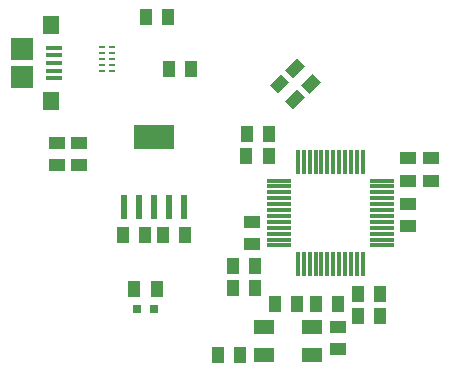
<source format=gbr>
G04 #@! TF.GenerationSoftware,KiCad,Pcbnew,(5.1.4)-1*
G04 #@! TF.CreationDate,2020-06-13T17:24:10-04:00*
G04 #@! TF.ProjectId,Keypad,4b657970-6164-42e6-9b69-6361645f7063,rev?*
G04 #@! TF.SameCoordinates,Original*
G04 #@! TF.FileFunction,Paste,Top*
G04 #@! TF.FilePolarity,Positive*
%FSLAX46Y46*%
G04 Gerber Fmt 4.6, Leading zero omitted, Abs format (unit mm)*
G04 Created by KiCad (PCBNEW (5.1.4)-1) date 2020-06-13 17:24:10*
%MOMM*%
%LPD*%
G04 APERTURE LIST*
%ADD10R,0.975000X1.400000*%
%ADD11R,1.400000X0.975000*%
%ADD12R,1.800000X1.200000*%
%ADD13R,2.000000X0.300000*%
%ADD14R,0.300000X2.000000*%
%ADD15R,3.450000X2.150000*%
%ADD16R,0.558800X2.057400*%
%ADD17R,0.480000X0.250000*%
%ADD18C,0.975000*%
%ADD19C,0.100000*%
%ADD20R,0.800000X0.800000*%
%ADD21R,1.350000X0.400000*%
%ADD22R,1.400000X1.600000*%
%ADD23R,1.900000X1.900000*%
G04 APERTURE END LIST*
D10*
X103172500Y-91084400D03*
X101297500Y-91084400D03*
X103291400Y-95465900D03*
X105166400Y-95465900D03*
X119293400Y-114531140D03*
X121168400Y-114531140D03*
X110576600Y-112141000D03*
X108701600Y-112141000D03*
D11*
X123530360Y-104922560D03*
X123530360Y-103047560D03*
D10*
X119290860Y-116433600D03*
X121165860Y-116433600D03*
X110589300Y-114035840D03*
X108714300Y-114035840D03*
D11*
X125435360Y-104925100D03*
X125435360Y-103050100D03*
D10*
X112206800Y-115420140D03*
X114081800Y-115420140D03*
X111704360Y-102844600D03*
X109829360Y-102844600D03*
X111706900Y-100967540D03*
X109831900Y-100967540D03*
D12*
X115354100Y-119687040D03*
X111354100Y-119687040D03*
X111354100Y-117287040D03*
X115354100Y-117287040D03*
D13*
X112575900Y-110423140D03*
X112575900Y-109923140D03*
X112575900Y-109423140D03*
X112575900Y-108923140D03*
X112575900Y-108423140D03*
X112575900Y-107923140D03*
X112575900Y-107423140D03*
X112575900Y-106923140D03*
X112575900Y-106423140D03*
X112575900Y-105923140D03*
X112575900Y-105423140D03*
X112575900Y-104923140D03*
D14*
X114178900Y-103320140D03*
X114678900Y-103320140D03*
X115178900Y-103320140D03*
X115678900Y-103320140D03*
X116178900Y-103320140D03*
X116678900Y-103320140D03*
X117178900Y-103320140D03*
X117678900Y-103320140D03*
X118178900Y-103320140D03*
X118678900Y-103320140D03*
X119178900Y-103320140D03*
X119678900Y-103320140D03*
D13*
X121281900Y-104923140D03*
X121281900Y-105423140D03*
X121281900Y-105923140D03*
X121281900Y-106423140D03*
X121281900Y-106923140D03*
X121281900Y-107423140D03*
X121281900Y-107923140D03*
X121281900Y-108423140D03*
X121281900Y-108923140D03*
X121281900Y-109423140D03*
X121281900Y-109923140D03*
X121281900Y-110423140D03*
D14*
X119678900Y-112026140D03*
X119178900Y-112026140D03*
X118678900Y-112026140D03*
X118178900Y-112026140D03*
X117678900Y-112026140D03*
X117178900Y-112026140D03*
X116678900Y-112026140D03*
X116178900Y-112026140D03*
X115678900Y-112026140D03*
X115178900Y-112026140D03*
X114678900Y-112026140D03*
X114178900Y-112026140D03*
D15*
X101993700Y-101208840D03*
D16*
X104533700Y-107152440D03*
X103263700Y-107152440D03*
X101993700Y-107152440D03*
X100723700Y-107152440D03*
X99453700Y-107152440D03*
D17*
X98407440Y-95629480D03*
X98407440Y-95129480D03*
X98407440Y-94629480D03*
X98407440Y-94129480D03*
X98407440Y-93629480D03*
X97627440Y-95629480D03*
X97627440Y-95129480D03*
X97627440Y-94629480D03*
X97627440Y-94129480D03*
X97627440Y-93629480D03*
D11*
X123532900Y-108801140D03*
X123532900Y-106926140D03*
X110286800Y-110299740D03*
X110286800Y-108424740D03*
D10*
X117548900Y-115420140D03*
X115673900Y-115420140D03*
X102220000Y-114124740D03*
X100345000Y-114124740D03*
D18*
X112621087Y-96720687D03*
D19*
G36*
X111781398Y-96870947D02*
G01*
X112771347Y-95880998D01*
X113460776Y-96570427D01*
X112470827Y-97560376D01*
X111781398Y-96870947D01*
X111781398Y-96870947D01*
G37*
D18*
X113946913Y-98046513D03*
D19*
G36*
X113107224Y-98196773D02*
G01*
X114097173Y-97206824D01*
X114786602Y-97896253D01*
X113796653Y-98886202D01*
X113107224Y-98196773D01*
X113107224Y-98196773D01*
G37*
D18*
X113941887Y-95399887D03*
D19*
G36*
X113102198Y-95550147D02*
G01*
X114092147Y-94560198D01*
X114781576Y-95249627D01*
X113791627Y-96239576D01*
X113102198Y-95550147D01*
X113102198Y-95550147D01*
G37*
D18*
X115267713Y-96725713D03*
D19*
G36*
X114428024Y-96875973D02*
G01*
X115417973Y-95886024D01*
X116107402Y-96575453D01*
X115117453Y-97565402D01*
X114428024Y-96875973D01*
X114428024Y-96875973D01*
G37*
D11*
X95664020Y-101729300D03*
X95664020Y-103604300D03*
D20*
X101981000Y-115775740D03*
X100520500Y-115775740D03*
D11*
X117551200Y-119159260D03*
X117551200Y-117284260D03*
D10*
X107446840Y-119684800D03*
X109321840Y-119684800D03*
X102719900Y-109578140D03*
X104594900Y-109578140D03*
D11*
X93759020Y-103604300D03*
X93759020Y-101729300D03*
D10*
X99354400Y-109578140D03*
X101229400Y-109578140D03*
D21*
X93492700Y-93673140D03*
X93492700Y-94323140D03*
X93492700Y-94973140D03*
X93492700Y-95623140D03*
X93492700Y-96273140D03*
D22*
X93267700Y-91773140D03*
X93267700Y-98173140D03*
D23*
X90817700Y-93773140D03*
X90817700Y-96173140D03*
M02*

</source>
